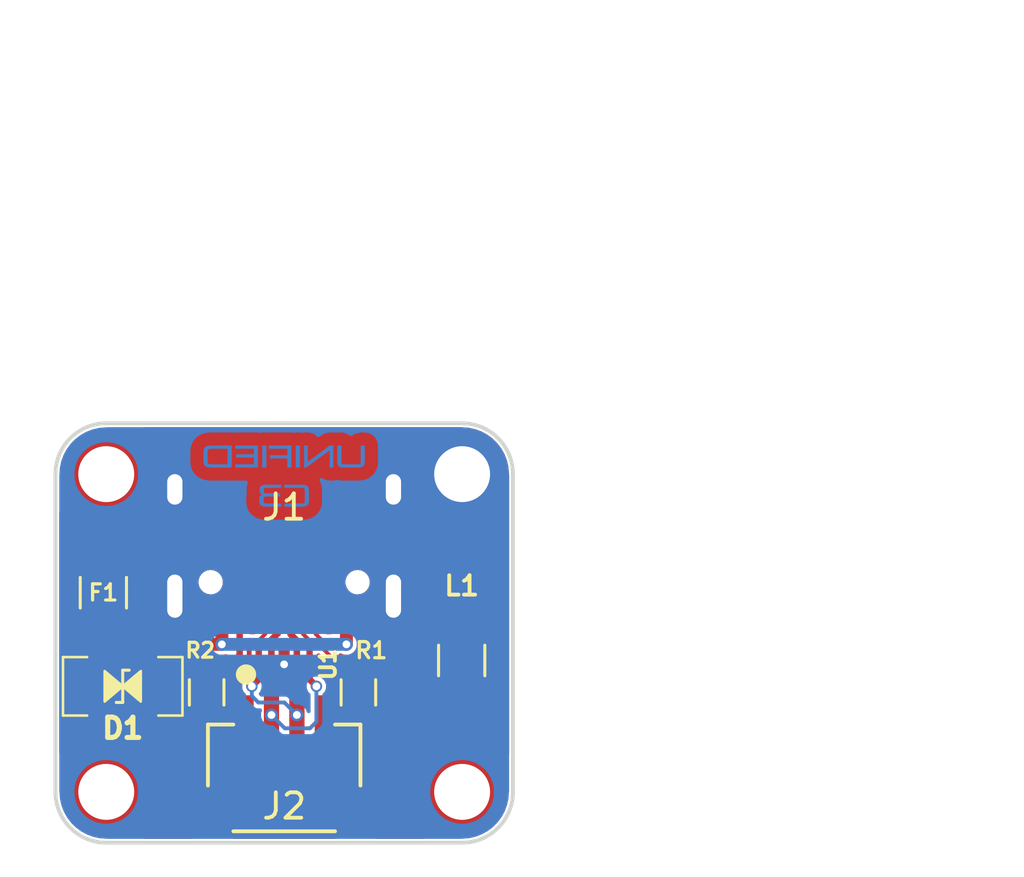
<source format=kicad_pcb>
(kicad_pcb (version 20211014) (generator pcbnew)
  (title_block (title "Unified Daughterboard") (date "2020-03-22") (rev "C3") (company "Designed by the keyboard community"))
  (layers (0 "F.Cu" signal) (31 "B.Cu" signal) (34 "B.Paste" user) (35 "F.Paste" user) (36 "B.SilkS" user "B.Silkscreen") (37 "F.SilkS" user "F.Silkscreen") (38 "B.Mask" user) (39 "F.Mask" user) (44 "Edge.Cuts" user))
  (net 0 "")
  (net 1 "GND")
  (net 2 "VCC")
  (net 3 "GNDPWR")
  (net 4 "Net-(J1-PadB8)")
  (net 5 "Net-(J1-PadA5)")
  (net 6 "DA+")
  (net 7 "Net-(J1-PadB5)")
  (net 8 "Net-(J1-PadA8)")
  (net 9 "DA-")
  (net 10 "VBUS")
  (footprint "acheron_Connectors:TYPE-C-31-M-12" (layer "F.Cu") (at 75.0025 64.843 180)
    (fp_text reference "J1" (at 0 5) (layer "F.SilkS"))
    (fp_text value "TYPE-C-31-M12_13")
    (pad "" np_thru_hole circle locked (at 2.89 2.051 180) (size 0.65 0.65) (drill 0.65) (layers *.Cu *.Mask))
    (pad "" np_thru_hole circle locked (at -2.89 2.051 180) (size 0.65 0.65) (drill 0.65) (layers *.Cu *.Mask))
    (pad "A1" smd roundrect locked (at -3.25 1.275 180) (size 0.6 1.45) (drill (offset 0 -0.55)) (layers "F.Cu" "F.Paste" "F.Mask") (net 3 "GNDPWR"))
    (pad "A4" smd roundrect locked (at -2.45 1.275 180) (size 0.6 1.45) (drill (offset 0 -0.55)) (layers "F.Cu" "F.Paste" "F.Mask") (net 10 "VBUS"))
    (pad "A5" smd roundrect locked (at -1.25 1.275 180) (size 0.3 1.45) (drill (offset 0 -0.55)) (layers "F.Cu" "F.Paste" "F.Mask") (net 5 "Net-(J1-PadA5)"))
    (pad "A6" smd roundrect locked (at -0.254 1.275 180) (size 0.3 1.45) (drill (offset 0 -0.55)) (layers "F.Cu" "F.Paste" "F.Mask") (net 6 "DA+"))
    (pad "A7" smd roundrect locked (at 0.25 1.275 180) (size 0.3 1.45) (drill (offset 0 -0.55)) (layers "F.Cu" "F.Paste" "F.Mask") (net 9 "DA-"))
    (pad "A8" smd roundrect locked (at 1.25 1.275 180) (size 0.3 1.45) (drill (offset 0 -0.55)) (layers "F.Cu" "F.Paste" "F.Mask") (net 8 "Net-(J1-PadA8)"))
    (pad "B1" smd roundrect locked (at 3.25 1.275 180) (size 0.6 1.45) (drill (offset 0 -0.55)) (layers "F.Cu" "F.Paste" "F.Mask") (net 3 "GNDPWR"))
    (pad "B4" smd roundrect locked (at 2.45 1.275 180) (size 0.6 1.45) (drill (offset 0 -0.55)) (layers "F.Cu" "F.Paste" "F.Mask") (net 10 "VBUS"))
    (pad "B5" smd roundrect locked (at 1.75 1.275 180) (size 0.3 1.45) (drill (offset 0 -0.55)) (layers "F.Cu" "F.Paste" "F.Mask") (net 7 "Net-(J1-PadB5)"))
    (pad "B6" smd roundrect locked (at 0.75 1.275 180) (size 0.3 1.45) (drill (offset 0 -0.55)) (layers "F.Cu" "F.Paste" "F.Mask") (net 6 "DA+"))
    (pad "B7" smd roundrect locked (at -0.75 1.275 180) (size 0.3 1.45) (drill (offset 0 -0.55)) (layers "F.Cu" "F.Paste" "F.Mask") (net 9 "DA-"))
    (pad "B8" smd roundrect locked (at -1.75 1.275 180) (size 0.3 1.45) (drill (offset 0 -0.55)) (layers "F.Cu" "F.Paste" "F.Mask") (net 4 "Net-(J1-PadB8)"))
    (pad "S" thru_hole oval locked (at 4.3 1.5 180) (size 1.1 2.2) (drill oval 0.6 1.7) (layers *.Cu *.Mask) (net 3 "GNDPWR"))
    (pad "S" thru_hole oval locked (at -4.3 5.7 180) (size 1.3 1.9) (drill oval 0.6 1.2) (layers *.Cu *.Mask) (net 3 "GNDPWR"))
    (pad "S" thru_hole oval locked (at -4.3 1.5 180) (size 1.1 2.2) (drill oval 0.6 1.7) (layers *.Cu *.Mask) (net 3 "GNDPWR"))
    (pad "S" thru_hole oval locked (at 4.3 5.7 180) (size 1.3 1.9) (drill oval 0.6 1.2) (layers *.Cu *.Mask) (net 3 "GNDPWR"))
  )
  (footprint "random-keyboard-parts:Generic-Mounthole" (layer "F.Cu") (at 82.0045 58.543)
    (fp_text reference "MH2" hide)
    (fp_text value "Mount-M2" hide)
    (pad "1" thru_hole circle locked (at 0 0) (size 3.500001 3.500001) (drill 2.2) (layers *.Cu *.Mask) (net 3 "GNDPWR"))
  )
  (footprint "acheron_Components:D_SOD-123_Bidirectional" (layer "F.Cu") (at 68.6525 66.89 180)
    (fp_text reference "D1" (at 0 -1.651 180) (layer "F.SilkS") (effects (font (size 0.8 0.8) (thickness 0.2))))
    (fp_text value "SMF9.0CA")
    (fp_line (start 2.35 -1.15) (end 2.35 1.15) (layer "F.SilkS") (width 0.1016))
    (fp_line (start -2.35 1.15) (end -2.35 -1.15) (layer "F.SilkS") (width 0.1016))
    (fp_line (start 0 -0.635) (end 0.254 -0.635) (layer "F.SilkS") (width 0.12))
    (fp_line (start -2.35 -1.15) (end -1.4 -1.15) (layer "F.SilkS") (width 0.1016))
    (fp_line (start -2.35 1.15) (end -1.4 1.15) (layer "F.SilkS") (width 0.1016))
    (fp_line (start 2.35 1.15) (end 1.4 1.15) (layer "F.SilkS") (width 0.1016))
    (fp_line (start 0 0.635) (end 0 -0.635) (layer "F.SilkS") (width 0.12))
    (fp_line (start 2.35 -1.15) (end 1.4 -1.15) (layer "F.SilkS") (width 0.1016))
    (fp_line (start 0 0.635) (end -0.254 0.635) (layer "F.SilkS") (width 0.12))
    (fp_poly (pts (xy 0 0) (xy -0.711 0.6) (xy -0.711 -0.6)) (layer "F.SilkS") (width 0.1) (fill solid))
    (fp_poly (pts (xy 0 0) (xy 0.711 -0.6) (xy 0.711 0.6)) (layer "F.SilkS") (width 0.1) (fill solid))
    (pad "1" smd roundrect locked (at -1.65 0 180) (size 1 1.2) (layers "F.Cu" "F.Paste" "F.Mask") (net 3 "GNDPWR"))
    (pad "2" smd roundrect locked (at 1.65 0 180) (size 1 1.2) (layers "F.Cu" "F.Paste" "F.Mask") (net 2 "VCC"))
  )
  (footprint "random-keyboard-parts:Generic-Mounthole" (layer "F.Cu") (at 68.0045 58.543)
    (fp_text reference "MH1")
    (fp_text value "Mount-M2" hide)
    (pad "" np_thru_hole circle locked (at 0 0) (size 3.500001 3.500001) (drill 2.2) (layers "F.Cu" "F.Mask") (clearance 0.508))
  )
  (footprint "Resistors_SMD:R_0603" (layer "F.Cu") (at 77.9235 67.129 -90)
    (fp_text reference "R1" (at -1.651 -0.508) (layer "F.SilkS") (effects (font (size 0.635 0.635) (thickness 0.127))))
    (fp_text value "5.1k")
    (fp_line (start -0.5 -0.68) (end 0.5 -0.68) (layer "F.SilkS") (width 0.12))
    (fp_line (start 0.5 0.68) (end -0.5 0.68) (layer "F.SilkS") (width 0.12))
    (pad "1" smd rect locked (at -0.75 0 270) (size 0.5 0.9) (layers "F.Cu" "F.Paste" "F.Mask") (net 5 "Net-(J1-PadA5)"))
    (pad "2" smd rect locked (at 0.75 0 270) (size 0.5 0.9) (layers "F.Cu" "F.Paste" "F.Mask") (net 3 "GNDPWR"))
  )
  (footprint "acheron_Components:USON-10_2.5x1.0mm_P0.5mm" (layer "F.Cu") (at 75.0025 66.0264 90)
    (fp_text reference "U1" (at 0 1.7272 90) (layer "F.SilkS") (effects (font (size 0.6 0.6))))
    (fp_text value "TPD4E05U06DQAR")
    (fp_circle (center -0.4 -1.5) (end -0.4 -1.5) (layer "F.SilkS") (width 0.4) (fill none))
    (pad "1" smd roundrect locked (at -0.385 -1) (size 0.25 0.55) (layers "F.Cu" "F.Paste" "F.Mask") (roundrect_rratio 0.5) (net 6 "DA+"))
    (pad "2" smd rect locked (at -0.385 -0.5) (size 0.25 0.55) (layers "F.Cu" "F.Paste" "F.Mask") (net 9 "DA-"))
    (pad "3" smd rect locked (at -0.385 0) (size 0.3 0.55) (layers "F.Cu" "F.Paste" "F.Mask") (net 3 "GNDPWR"))
    (pad "4" smd rect locked (at -0.385 0.5) (size 0.25 0.55) (layers "F.Cu" "F.Paste" "F.Mask") (net 6 "DA+"))
    (pad "5" smd rect locked (at -0.385 1) (size 0.25 0.55) (layers "F.Cu" "F.Paste" "F.Mask") (net 9 "DA-"))
    (pad "6" smd rect locked (at 0.385 1) (size 0.25 0.55) (layers "F.Cu" "F.Paste" "F.Mask") (net 9 "DA-"))
    (pad "7" smd rect locked (at 0.385 0.5) (size 0.25 0.55) (layers "F.Cu" "F.Paste" "F.Mask") (net 6 "DA+"))
    (pad "8" smd rect locked (at 0.385 0) (size 0.3 0.55) (layers "F.Cu" "F.Paste" "F.Mask") (net 3 "GNDPWR"))
    (pad "9" smd rect locked (at 0.385 -0.5) (size 0.25 0.55) (layers "F.Cu" "F.Paste" "F.Mask") (net 9 "DA-"))
    (pad "10" smd rect locked (at 0.385 -1) (size 0.25 0.55) (layers "F.Cu" "F.Paste" "F.Mask") (net 6 "DA+"))
  )
  (footprint "Resistors_SMD:R_0603" (layer "F.Cu") (at 71.9545 67.129 -90)
    (fp_text reference "R2" (at -1.651 0.254 180) (layer "F.SilkS") (effects (font (size 0.5842 0.5842) (thickness 0.127))))
    (fp_text value "5.1k")
    (fp_line (start -0.5 -0.68) (end 0.5 -0.68) (layer "F.SilkS") (width 0.12))
    (fp_line (start 0.5 0.68) (end -0.5 0.68) (layer "F.SilkS") (width 0.12))
    (pad "1" smd rect locked (at -0.75 0 270) (size 0.5 0.9) (layers "F.Cu" "F.Paste" "F.Mask") (net 7 "Net-(J1-PadB5)"))
    (pad "2" smd rect locked (at 0.75 0 270) (size 0.5 0.9) (layers "F.Cu" "F.Paste" "F.Mask") (net 3 "GNDPWR"))
  )
  (footprint "random-keyboard-parts:Generic-Mounthole" (layer "F.Cu") (at 68.0045 71.043)
    (fp_text reference "MH3" hide)
    (fp_text value "Mount-M2" hide)
    (pad "" np_thru_hole circle locked (at 0 0) (size 3.500001 3.500001) (drill 2.2) (layers "F.Cu" "F.Mask") (clearance 0.508))
  )
  (footprint "Inductor_SMD:L_1206_3216Metric" (layer "F.Cu") (at 81.9875 65.874 90)
    (fp_text reference "L1" (at 2.936 0 180) (layer "F.SilkS") (effects (font (size 0.762 0.762) (thickness 0.1524))))
    (fp_text value "60R@100MHz")
    (fp_line (start -0.602064 0.91) (end 0.602064 0.91) (layer "F.SilkS") (width 0.12))
    (fp_line (start -0.602064 -0.91) (end 0.602064 -0.91) (layer "F.SilkS") (width 0.12))
    (pad "1" smd roundrect locked (at -1.4 0 90) (size 1.25 1.75) (layers "F.Cu" "F.Paste" "F.Mask") (roundrect_rratio 0.2) (net 1 "GND"))
    (pad "2" smd roundrect locked (at 1.4 0 90) (size 1.25 1.75) (layers "F.Cu" "F.Paste" "F.Mask") (roundrect_rratio 0.2) (net 3 "GNDPWR"))
  )
  (footprint "random-keyboard-parts:JST-SR-4" (layer "F.Cu") (at 75.0045 72.793)
    (fp_text reference "J2" (at 0.004 -1.189) (layer "F.SilkS"))
    (fp_text value "SM04B-SRSS-TB(LF)(SN)")
    (fp_line (start -3 -2) (end -3 -4.4) (layer "F.SilkS") (width 0.15))
    (fp_line (start 2 -0.2) (end -2 -0.2) (layer "F.SilkS") (width 0.15))
    (fp_line (start -3 -4.4) (end -2 -4.4) (layer "F.SilkS") (width 0.15))
    (fp_line (start 3 -4.4) (end 3 -2) (layer "F.SilkS") (width 0.15))
    (fp_line (start 2 -4.4) (end 3 -4.4) (layer "F.SilkS") (width 0.15))
    (pad "" smd rect locked (at 2.8 -0.9) (size 1.2 1.8) (layers "F.Cu" "F.Paste" "F.Mask"))
    (pad "" smd rect locked (at -2.8 -0.9) (size 1.2 1.8) (layers "F.Cu" "F.Paste" "F.Mask"))
    (pad "1" smd rect locked (at -1.5 -4.775) (size 0.6 1.55) (layers "F.Cu" "F.Paste" "F.Mask") (net 2 "VCC"))
    (pad "2" smd rect locked (at -0.5 -4.775) (size 0.6 1.55) (layers "F.Cu" "F.Paste" "F.Mask") (net 9 "DA-"))
    (pad "3" smd rect locked (at 0.5 -4.775) (size 0.6 1.55) (layers "F.Cu" "F.Paste" "F.Mask") (net 6 "DA+"))
    (pad "4" smd rect locked (at 1.5 -4.775) (size 0.6 1.55) (layers "F.Cu" "F.Paste" "F.Mask") (net 1 "GND"))
  )
  (footprint "random-keyboard-parts:Generic-Mounthole" (layer "F.Cu") (at 82.0045 71.043)
    (fp_text reference "MH4" hide)
    (fp_text value "Mount-M2" hide)
    (pad "" np_thru_hole circle locked (at 0 0) (size 3.500001 3.500001) (drill 2.2) (layers "F.Cu" "F.Mask") (clearance 0.508))
  )
  (footprint "Fuse:Fuse_1206_3216Metric" (layer "F.Cu") (at 67.8905 63.207 -90)
    (fp_text reference "F1" (at 0 0) (layer "F.SilkS") (effects (font (size 0.635 0.635) (thickness 0.127))))
    (fp_text value "ASMD1206-150")
    (fp_line (start -0.602064 0.91) (end 0.602064 0.91) (layer "F.SilkS") (width 0.12))
    (fp_line (start -0.602064 -0.91) (end 0.602064 -0.91) (layer "F.SilkS") (width 0.12))
    (pad "1" smd roundrect locked (at -1.4 0 270) (size 1.25 1.75) (layers "F.Cu" "F.Paste" "F.Mask") (roundrect_rratio 0.2) (net 10 "VBUS"))
    (pad "2" smd roundrect locked (at 1.4 0 270) (size 1.25 1.75) (layers "F.Cu" "F.Paste" "F.Mask") (roundrect_rratio 0.2) (net 2 "VCC"))
  )
  (footprint "Unified-Daughterboard-Logo:Unified-Daughterboard-Name.pretty" (layer "B.Cu") (at 75.0025 58.62 180)
    (fp_text reference "G2" hide)
    (fp_text value "Unified-Daughterboard-Name" hide)
    (pad "1" smd custom locked (at -1.86 1.08 180) (size 0.1 0.1) (layers "B.Cu" "B.Mask") (options (clearance outline) (anchor circle)) (primitives (gr_poly (pts (xy 1.07457 -0.744233) (xy 0.994882 -0.744233) (xy 0.725953 -0.548012) (xy 0.697516 -0.527263) (xy 0.667905 -0.505658) (xy 0.637358 -0.483369) (xy 0.606113 -0.460572) (xy 0.574407 -0.437438) (xy 0.54248 -0.414142) (xy 0.510567 -0.390857) (xy 0.478909 -0.367758) (xy 0.447742 -0.345017) (xy 0.417304 -0.322808) (xy 0.387834 -0.301305) (xy 0.359569 -0.280681) (xy 0.332747 -0.26111) (xy 0.307606 -0.242766) (xy 0.284385 -0.225822) (xy 0.26375 -0.210765) (xy 0.242443 -0.195223) (xy 0.221784 -0.18016) (xy 0.201899 -0.165668) (xy 0.182913 -0.15184) (xy 0.164954 -0.138767) (xy 0.148149 -0.126541) (xy 0.132622 -0.115254) (xy 0.118502 -0.104998) (xy 0.105914 -0.095864) (xy 0.094985 -0.087945) (xy 0.085842 -0.081333) (xy 0.07861 -0.076119) (xy 0.073417 -0.072395) (xy 0.070388 -0.070253) (xy 0.069611 -0.069739) (xy 0.069531 -0.071197) (xy 0.069452 -0.075481) (xy 0.069376 -0.082462) (xy 0.069303 -0.092007) (xy 0.069233 -0.103986) (xy 0.069166 -0.118268) (xy 0.069102 -0.134721) (xy 0.069043 -0.153214) (xy 0.068988 -0.173616) (xy 0.068938 -0.195796) (xy 0.068893 -0.219624) (xy 0.068854 -0.244966) (xy 0.06882 -0.271694) (xy 0.068792 -0.299675) (xy 0.06877 -0.328777) (xy 0.068756 -0.358871) (xy 0.068748 -0.389825) (xy 0.068747 -0.406986) (xy 0.068747 -0.744233) (xy -0.074731 -0.744233) (xy -0.074731 0.124029) (xy 0.068007 0.123947) (xy 0.49918 -0.197759) (xy 0.930353 -0.519464) (xy 0.930726 -0.197717) (xy 0.931099 0.124029) (xy 1.07457 0.124029)) (width 0) (fill yes))))
    (pad "1" smd custom locked (at -0.54 1.02 180) (size 0.1 0.1) (layers "B.Cu" "B.Mask") (options (clearance outline) (anchor circle)) (primitives (gr_poly (pts (xy 0.084421 -0.684233) (xy 0.003314 -0.684233) (xy -0.011904 -0.684215) (xy -0.026228 -0.684165) (xy -0.039385 -0.684085) (xy -0.051103 -0.683979) (xy -0.061112 -0.68385) (xy -0.069138 -0.683701) (xy -0.07491 -0.683536) (xy -0.078157 -0.683357) (xy -0.078779 -0.683247) (xy -0.07886 -0.681705) (xy -0.078939 -0.677321) (xy -0.079016 -0.670211) (xy -0.079091 -0.660491) (xy -0.079164 -0.648277) (xy -0.079233 -0.633685) (xy -0.0793 -0.616831) (xy -0.079363 -0.597831) (xy -0.079423 -0.576802) (xy -0.079478 -0.553859) (xy -0.07953 -0.529118) (xy -0.079577 -0.502696) (xy -0.07962 -0.474709) (xy -0.079657 -0.445272) (xy -0.07969 -0.414502) (xy -0.079717 -0.382515) (xy -0.079738 -0.349426) (xy -0.079753 -0.315353) (xy -0.079762 -0.280411) (xy -0.079765 -0.249116) (xy -0.079765 0.184029) (xy 0.084421 0.184029)) (width 0) (fill yes))))
    (pad "1" smd custom locked (at 1.12 1.09 180) (size 0.1 0.1) (layers "B.Cu" "B.Mask") (options (clearance outline) (anchor circle)) (primitives (gr_poly (pts (xy 0.801419 -0.014657) (xy 0.072197 -0.014657) (xy 0.072197 -0.230613) (xy 0.76444 -0.230613) (xy 0.76444 -0.359299) (xy 0.072181 -0.359299) (xy 0.072558 -0.492053) (xy 0.072936 -0.624807) (xy 0.437177 -0.62518) (xy 0.801419 -0.625552) (xy 0.801419 -0.754233) (xy 0.355701 -0.754233) (xy 0.319573 -0.75423) (xy 0.284211 -0.75422) (xy 0.24973 -0.754204) (xy 0.216242 -0.754183) (xy 0.183864 -0.754156) (xy 0.152708 -0.754124) (xy 0.122891 -0.754087) (xy 0.094525 -0.754045) (xy 0.067726 -0.753998) (xy 0.042608 -0.753947) (xy 0.019286 -0.753893) (xy -0.002127 -0.753834) (xy -0.021516 -0.753772) (xy -0.038766 -0.753707) (xy -0.053764 -0.753638) (xy -0.066393 -0.753567) (xy -0.076541 -0.753493) (xy -0.084093 -0.753417) (xy -0.088934 -0.75334) (xy -0.09095 -0.75326) (xy -0.091003 -0.753247) (xy -0.091084 -0.751705) (xy -0.091164 -0.747321) (xy -0.091241 -0.740211) (xy -0.091316 -0.730491) (xy -0.091388 -0.718277) (xy -0.091458 -0.703685) (xy -0.091524 -0.686831) (xy -0.091588 -0.667831) (xy -0.091647 -0.646802) (xy -0.091703 -0.623859) (xy -0.091755 -0.599118) (xy -0.091802 -0.572696) (xy -0.091844 -0.544709) (xy -0.091882 -0.515272) (xy -0.091914 -0.484502) (xy -0.091941 -0.452515) (xy -0.091963 -0.419426) (xy -0.091978 -0.385353) (xy -0.091987 -0.350411) (xy -0.091989 -0.319116) (xy -0.091989 0.114029) (xy 0.801419 0.114029)) (width 0) (fill yes))))
    (pad "1" smd custom locked (at -0.21 1.11 180) (size 0.1 0.1) (layers "B.Cu" "B.Mask") (options (clearance outline) (anchor circle)) (primitives (gr_poly (pts (xy 0.813494 -0.034657) (xy 0.085751 -0.034657) (xy 0.085751 -0.287592) (xy 0.764682 -0.287592) (xy 0.764682 -0.416278) (xy 0.085763 -0.416278) (xy 0.085387 -0.594886) (xy 0.085012 -0.773493) (xy 0.003288 -0.773876) (xy -0.078435 -0.774258) (xy -0.078435 0.094029) (xy 0.813494 0.094029)) (width 0) (fill yes))))
    (pad "1" smd custom locked (at -3.1 0.8 180) (size 0.1 0.1) (layers "B.Cu" "B.Mask") (options (clearance outline) (anchor circle)) (primitives (gr_poly (pts (xy 0.089951 0.069371) (xy 0.089952 0.031594) (xy 0.089952 -0.003341) (xy 0.089953 -0.035549) (xy 0.089959 -0.065147) (xy 0.089972 -0.092251) (xy 0.089995 -0.116977) (xy 0.09003 -0.13944) (xy 0.090082 -0.159757) (xy 0.090152 -0.178044) (xy 0.090244 -0.194417) (xy 0.09036 -0.208991) (xy 0.090503 -0.221883) (xy 0.090677 -0.233209) (xy 0.090884 -0.243085) (xy 0.091127 -0.251626) (xy 0.091408 -0.258949) (xy 0.091732 -0.26517) (xy 0.0921 -0.270405) (xy 0.092515 -0.274769) (xy 0.092981 -0.278379) (xy 0.0935 -0.281351) (xy 0.094075 -0.283801) (xy 0.094709 -0.285845) (xy 0.095405 -0.287598) (xy 0.096166 -0.289178) (xy 0.096994 -0.290699) (xy 0.097893 -0.292277) (xy 0.098866 -0.29403) (xy 0.098977 -0.294237) (xy 0.106317 -0.305001) (xy 0.115997 -0.314107) (xy 0.128049 -0.321571) (xy 0.142509 -0.327411) (xy 0.159412 -0.331646) (xy 0.17591 -0.334016) (xy 0.179246 -0.334204) (xy 0.185359 -0.33438) (xy 0.194065 -0.334544) (xy 0.205185 -0.334696) (xy 0.218535 -0.334836) (xy 0.233933 -0.334964) (xy 0.251199 -0.335081) (xy 0.270149 -0.335185) (xy 0.290601 -0.335278) (xy 0.312375 -0.335358) (xy 0.335288 -0.335427) (xy 0.359158 -0.335484) (xy 0.383803 -0.335529) (xy 0.409041 -0.335562) (xy 0.434691 -0.335583) (xy 0.46057 -0.335592) (xy 0.486496 -0.335589) (xy 0.512288 -0.335574) (xy 0.537763 -0.335548) (xy 0.56274 -0.335509) (xy 0.587037 -0.335459) (xy 0.610471 -0.335397) (xy 0.632862 -0.335322) (xy 0.654026 -0.335236) (xy 0.673782 -0.335138) (xy 0.691949 -0.335028) (xy 0.708343 -0.334906) (xy 0.722784 -0.334772) (xy 0.735089 -0.334626) (xy 0.745076 -0.334468) (xy 0.752564 -0.334299) (xy 0.757371 -0.334117) (xy 0.758715 -0.334021) (xy 0.777734 -0.331215) (xy 0.794289 -0.326811) (xy 0.808426 -0.320781) (xy 0.820189 -0.313093) (xy 0.829625 -0.303717) (xy 0.836778 -0.292623) (xy 0.841693 -0.279782) (xy 0.842026 -0.278547) (xy 0.842279 -0.277334) (xy 0.842513 -0.275636) (xy 0.842728 -0.273342) (xy 0.842926 -0.270338) (xy 0.843106 -0.266511) (xy 0.84327 -0.261748) (xy 0.843419 -0.255935) (xy 0.843553 -0.24896) (xy 0.843673 -0.240709) (xy 0.84378 -0.231069) (xy 0.843874 -0.219928) (xy 0.843956 -0.207172) (xy 0.844027 -0.192687) (xy 0.844088 -0.176361) (xy 0.844139 -0.15808) (xy 0.844182 -0.137732) (xy 0.844216 -0.115203) (xy 0.844243 -0.090381) (xy 0.844263 -0.063151) (xy 0.844278 -0.033401) (xy 0.844287 -0.001018) (xy 0.844292 0.034112) (xy 0.844293 0.067094) (xy 0.844293 0.404029) (xy 1.010053 0.404029) (xy 1.009556 0.059017) (xy 1.009502 0.020589) (xy 1.009454 -0.015001) (xy 1.009408 -0.047871) (xy 1.009362 -0.078142) (xy 1.009313 -0.105933) (xy 1.009257 -0.131363) (xy 1.009192 -0.154552) (xy 1.009113 -0.175619) (xy 1.00902 -0.194684) (xy 1.008908 -0.211867) (xy 1.008774 -0.227287) (xy 1.008615 -0.241063) (xy 1.008429 -0.253315) (xy 1.008212 -0.264163) (xy 1.007962 -0.273726) (xy 1.007675 -0.282124) (xy 1.007348 -0.289476) (xy 1.006978 -0.295902) (xy 1.006562 -0.301521) (xy 1.006098 -0.306452) (xy 1.005582 -0.310816) (xy 1.005011 -0.314732) (xy 1.004382 -0.31832) (xy 1.003692 -0.321698) (xy 1.002938 -0.324986) (xy 1.002118 -0.328305) (xy 1.001227 -0.331773) (xy 1.000264 -0.33551) (xy 0.999505 -0.338505) (xy 0.992987 -0.358905) (xy 0.984093 -0.377575) (xy 0.97288 -0.394443) (xy 0.959403 -0.409438) (xy 0.943719 -0.42249) (xy 0.925882 -0.433527) (xy 0.924506 -0.434247) (xy 0.910155 -0.441169) (xy 0.895924 -0.44693) (xy 0.88132 -0.451648) (xy 0.865846 -0.455443) (xy 0.849006 -0.458433) (xy 0.830305 -0.460737) (xy 0.809248 -0.462474) (xy 0.805835 -0.462694) (xy 0.801797 -0.462851) (xy 0.794977 -0.462998) (xy 0.785549 -0.463134) (xy 0.773691 -0.463261) (xy 0.759577 -0.463378) (xy 0.743383 -0.463485) (xy 0.725286 -0.463582) (xy 0.70546 -0.463669) (xy 0.684081 -0.463747) (xy 0.661326 -0.463814) (xy 0.637369 -0.463872) (xy 0.612387 -0.46392) (xy 0.586556 -0.463959) (xy 0.56005 -0.463987) (xy 0.533046 -0.464006) (xy 0.505719 -0.464015) (xy 0.478246 -0.464015) (xy 0.450801 -0.464005) (xy 0.423561 -0.463985) (xy 0.396701 -0.463956) (xy 0.370397 -0.463917) (xy 0.344824 -0.463869) (xy 0.32016 -0.463811) (xy 0.296578 -0.463744) (xy 0.274255 -0.463667) (xy 0.253366 -0.463581) (xy 0.234088 -0.463485) (xy 0.216596 -0.46338) (xy 0.201065 -0.463265) (xy 0.187672 -0.463141) (xy 0.176592 -0.463008) (xy 0.168001 -0.462866) (xy 0.162074 -0.462714) (xy 0.159766 -0.462612) (xy 0.130734 -0.460065) (xy 0.103987 -0.456031) (xy 0.079213 -0.450434) (xy 0.056097 -0.4432) (xy 0.034325 -0.434254) (xy 0.027473 -0.430958) (xy 0.010583 -0.421761) (xy -0.003985 -0.412081) (xy -0.01687 -0.401474) (xy -0.022834 -0.39573) (xy -0.036916 -0.379497) (xy -0.048721 -0.361574) (xy -0.058291 -0.341867) (xy -0.065671 -0.320281) (xy -0.070903 -0.296724) (xy -0.072005 -0.289648) (xy -0.072252 -0.287609) (xy -0.07248 -0.285022) (xy -0.07269 -0.281773) (xy -0.072883 -0.277748) (xy -0.07306 -0.272833) (xy -0.07322 -0.266916) (xy -0.073366 -0.259882) (xy -0.073498 -0.251618) (xy -0.073615 -0.242011) (xy -0.07372 -0.230945) (xy -0.073813 -0.218309) (xy -0.073894 -0.203987) (xy -0.073965 -0.187867) (xy -0.074025 -0.169835) (xy -0.074076 -0.149778) (xy -0.074119 -0.12758) (xy -0.074153 -0.10313) (xy -0.074181 -0.076313) (xy -0.074202 -0.047016) (xy -0.074217 -0.015124) (xy -0.074227 0.019475) (xy -0.074233 0.056895) (xy -0.074233 0.064934) (xy -0.07426 0.404029) (xy 0.089925 0.404029)) (width 0) (fill yes))))
    (pad "1" smd custom locked (at 2.15 1.08 180) (size 0.1 0.1) (layers "B.Cu" "B.Mask") (options (clearance outline) (anchor circle)) (primitives (gr_poly (pts (xy 0.324991 0.124007) (xy 0.368605 0.123999) (xy 0.410278 0.12398) (xy 0.449948 0.123952) (xy 0.487554 0.123913) (xy 0.523033 0.123864) (xy 0.556324 0.123805) (xy 0.587364 0.123737) (xy 0.616092 0.12366) (xy 0.642445 0.123573) (xy 0.666363 0.123478) (xy 0.687783 0.123374) (xy 0.706643 0.123262) (xy 0.722881 0.123141) (xy 0.736436 0.123012) (xy 0.747246 0.122876) (xy 0.755247 0.122731) (xy 0.76038 0.12258) (xy 0.761711 0.122511) (xy 0.794505 0.119594) (xy 0.824732 0.115348) (xy 0.852488 0.109741) (xy 0.877866 0.102741) (xy 0.900958 0.094314) (xy 0.92186 0.084428) (xy 0.940664 0.073051) (xy 0.957464 0.06015) (xy 0.967359 0.050927) (xy 0.978668 0.03844) (xy 0.98853 0.025063) (xy 0.99709 0.010475) (xy 1.004491 -0.005648) (xy 1.010876 -0.023626) (xy 1.016388 -0.043784) (xy 1.02117 -0.066444) (xy 1.022297 -0.072698) (xy 1.022638 -0.074879) (xy 1.022949 -0.077425) (xy 1.02323 -0.080485) (xy 1.023484 -0.084209) (xy 1.023713 -0.088745) (xy 1.023919 -0.094244) (xy 1.024104 -0.100855) (xy 1.02427 -0.108727) (xy 1.024418 -0.11801) (xy 1.024552 -0.128854) (xy 1.024672 -0.141407) (xy 1.024782 -0.15582) (xy 1.024882 -0.172242) (xy 1.024976 -0.190822) (xy 1.025064 -0.21171) (xy 1.025149 -0.235055) (xy 1.025233 -0.261007) (xy 1.025318 -0.289715) (xy 1.025349 -0.300487) (xy 1.025433 -0.333739) (xy 1.025492 -0.364116) (xy 1.025524 -0.391701) (xy 1.025529 -0.416576) (xy 1.025508 -0.438826) (xy 1.025458 -0.458533) (xy 1.025381 -0.47578) (xy 1.025275 -0.49065) (xy 1.025141 -0.503226) (xy 1.024977 -0.513591) (xy 1.024784 -0.521829) (xy 1.024561 -0.528022) (xy 1.024308 -0.532253) (xy 1.024268 -0.532714) (xy 1.020814 -0.560023) (xy 1.015577 -0.585016) (xy 1.008478 -0.6078) (xy 0.999436 -0.628476) (xy 0.988374 -0.64715) (xy 0.97521 -0.663926) (xy 0.959866 -0.678908) (xy 0.942262 -0.692199) (xy 0.922318 -0.703905) (xy 0.899954 -0.714129) (xy 0.880066 -0.721378) (xy 0.860175 -0.727264) (xy 0.839122 -0.732172) (xy 0.816538 -0.736161) (xy 0.792054 -0.739291) (xy 0.7653 -0.74162) (xy 0.746919 -0.742712) (xy 0.742311 -0.742866) (xy 0.734822 -0.743013) (xy 0.72453 -0.743153) (xy 0.711511 -0.743285) (xy 0.695844 -0.74341) (xy 0.677605 -0.743527) (xy 0.656872 -0.743635) (xy 0.633723 -0.743735) (xy 0.608234 -0.743827) (xy 0.580483 -0.743909) (xy 0.550548 -0.743982) (xy 0.518505 -0.744046) (xy 0.484433 -0.744099) (xy 0.448409 -0.744143) (xy 0.410509 -0.744176) (xy 0.370812 -0.744199) (xy 0.329394 -0.744211) (xy 0.313898 -0.744212) (xy -0.089541 -0.744233) (xy -0.089541 -0.615547) (xy 0.074645 -0.615547) (xy 0.39673 -0.615534) (xy 0.435225 -0.615525) (xy 0.471786 -0.615502) (xy 0.506343 -0.615466) (xy 0.538823 -0.615417) (xy 0.569156 -0.615355) (xy 0.597269 -0.61528) (xy 0.623091 -0.615192) (xy 0.646549 -0.615093) (xy 0.667574 -0.614982) (xy 0.686092 -0.61486) (xy 0.702033 -0.614726) (xy 0.715324 -0.614582) (xy 0.725895 -0.614428) (xy 0.733673 -0.614263) (xy 0.738586 -0.614088) (xy 0.739524 -0.614032) (xy 0.760224 -0.612057) (xy 0.778308 -0.609255) (xy 0.794019 -0.605547) (xy 0.807602 -0.600851) (xy 0.819304 -0.595087) (xy 0.829369 -0.588175) (xy 0.835723 -0.582459) (xy 0.843457 -0.573443) (xy 0.849523 -0.56337) (xy 0.854239 -0.551617) (xy 0.857544 -0.539296) (xy 0.860814 -0.524579) (xy 0.860814 -0.098583) (xy 0.857536 -0.083791) (xy 0.852863 -0.067553) (xy 0.84653 -0.053656) (xy 0.838456 -0.041941) (xy 0.833165 -0.036295) (xy 0.825753 -0.029682) (xy 0.81868 -0.024594) (xy 0.810985 -0.020469) (xy 0.801711 -0.016743) (xy 0.79721 -0.015194) (xy 0.794132 -0.014149) (xy 0.791341 -0.013182) (xy 0.78872 -0.012289) (xy 0.786151 -0.011468) (xy 0.783516 -0.010715) (xy 0.780697 -0.010027) (xy 0.777575 -0.009401) (xy 0.774032 -0.008835) (xy 0.769951 -0.008324) (xy 0.765214 -0.007865) (xy 0.759702 -0.007457) (xy 0.753297 -0.007094) (xy 0.745882 -0.006775) (xy 0.737338 -0.006496) (xy 0.727547 -0.006255) (xy 0.716391 -0.006047) (xy 0.703752 -0.00587) (xy 0.689512 -0.00572) (xy 0.673554 -0.005595) (xy 0.655758 -0.005492) (xy 0.636007 -0.005407) (xy 0.614183 -0.005337) (xy 0.590167 -0.005279) (xy 0.563843 -0.00523) (xy 0.535091 -0.005186) (xy 0.503793 -0.005146) (xy 0.469832 -0.005104) (xy 0.43309 -0.00506) (xy 0.41374 -0.005035) (xy 0.074645 -0.004595) (xy 0.074645 -0.615547) (xy -0.089541 -0.615547) (xy -0.089541 0.124029)) (width 0) (fill yes))))
    (pad "1" smd custom locked (at -0.9 -0.79 180) (size 0.1 0.1) (layers "B.Cu" "B.Mask") (options (clearance outline) (anchor circle)) (primitives (gr_poly (pts (xy 0.894083 0.325546) (xy 0.541462 0.325546) (xy 0.502296 0.325545) (xy 0.465973 0.32554) (xy 0.432379 0.325531) (xy 0.401399 0.325515) (xy 0.372919 0.325491) (xy 0.346825 0.325457) (xy 0.323001 0.325412) (xy 0.301333 0.325354) (xy 0.281706 0.325282) (xy 0.264006 0.325194) (xy 0.248118 0.325088) (xy 0.233927 0.324964) (xy 0.22132 0.324818) (xy 0.21018 0.324651) (xy 0.200394 0.324459) (xy 0.191847 0.324243) (xy 0.184424 0.323999) (xy 0.178011 0.323727) (xy 0.172493 0.323425) (xy 0.167755 0.323092) (xy 0.163683 0.322725) (xy 0.160163 0.322323) (xy 0.157079 0.321885) (xy 0.154316 0.321409) (xy 0.151761 0.320894) (xy 0.149299 0.320338) (xy 0.148591 0.320169) (xy 0.134767 0.315738) (xy 0.122093 0.309466) (xy 0.111022 0.301664) (xy 0.102003 0.292642) (xy 0.096276 0.284226) (xy 0.09522 0.282323) (xy 0.094258 0.280578) (xy 0.093385 0.278853) (xy 0.092597 0.277009) (xy 0.091889 0.274907) (xy 0.091257 0.272409) (xy 0.090698 0.269377) (xy 0.090206 0.265671) (xy 0.089777 0.261153) (xy 0.089407 0.255685) (xy 0.089091 0.249127) (xy 0.088825 0.241342) (xy 0.088606 0.232189) (xy 0.088427 0.221532) (xy 0.088286 0.209231) (xy 0.088177 0.195148) (xy 0.088097 0.179143) (xy 0.088041 0.161079) (xy 0.088004 0.140816) (xy 0.087983 0.118217) (xy 0.087973 0.093142) (xy 0.08797 0.065453) (xy 0.087968 0.035011) (xy 0.087967 0.019302) (xy 0.087962 -0.012397) (xy 0.087956 -0.041279) (xy 0.087954 -0.067481) (xy 0.08796 -0.091143) (xy 0.087981 -0.112407) (xy 0.088019 -0.131409) (xy 0.088081 -0.148292) (xy 0.08817 -0.163194) (xy 0.088293 -0.176254) (xy 0.088453 -0.187613) (xy 0.088655 -0.19741) (xy 0.088905 -0.205785) (xy 0.089207 -0.212877) (xy 0.089566 -0.218826) (xy 0.089987 -0.223772) (xy 0.090474 -0.227854) (xy 0.091032 -0.231212) (xy 0.091667 -0.233986) (xy 0.092383 -0.236315) (xy 0.093185 -0.238338) (xy 0.094077 -0.240196) (xy 0.095065 -0.242029) (xy 0.096154 -0.243975) (xy 0.097122 -0.245749) (xy 0.104221 -0.256019) (xy 0.113823 -0.264855) (xy 0.125966 -0.272283) (xy 0.140689 -0.27833) (xy 0.148215 -0.28062) (xy 0.162643 -0.284604) (xy 0.894083 -0.285396) (xy 0.894083 -0.41403) (xy 0.526884 -0.413772) (xy 0.494046 -0.413747) (xy 0.461942 -0.413718) (xy 0.430703 -0.413687) (xy 0.400456 -0.413653) (xy 0.37133 -0.413616) (xy 0.343454 -0.413577) (xy 0.316956 -0.413536) (xy 0.291966 -0.413493) (xy 0.268613 -0.413449) (xy 0.247024 -0.413404) (xy 0.227328 -0.413358) (xy 0.209656 -0.413311) (xy 0.194134 -0.413263) (xy 0.180892 -0.413216) (xy 0.170059 -0.413168) (xy 0.161763 -0.413121) (xy 0.156133 -0.413074) (xy 0.153298 -0.413029) (xy 0.153028 -0.413017) (xy 0.121848 -0.409723) (xy 0.09296 -0.404651) (xy 0.066269 -0.397774) (xy 0.041682 -0.389062) (xy 0.019103 -0.378489) (xy -0.000191 -0.366948) (xy -0.009353 -0.360104) (xy -0.019054 -0.351632) (xy -0.028538 -0.342284) (xy -0.037047 -0.332809) (xy -0.043823 -0.323961) (xy -0.044427 -0.323062) (xy -0.055649 -0.303459) (xy -0.064639 -0.281934) (xy -0.071402 -0.25847) (xy -0.072805 -0.252009) (xy -0.073144 -0.250229) (xy -0.073454 -0.248282) (xy -0.073735 -0.246032) (xy -0.073989 -0.243343) (xy -0.074218 -0.240081) (xy -0.074422 -0.236108) (xy -0.074604 -0.231291) (xy -0.074764 -0.225492) (xy -0.074904 -0.218577) (xy -0.075025 -0.21041) (xy -0.075129 -0.200854) (xy -0.075216 -0.189776) (xy -0.075289 -0.177038) (xy -0.075348 -0.162506) (xy -0.075396 -0.146044) (xy -0.075432 -0.127516) (xy -0.075459 -0.106786) (xy -0.075478 -0.083719) (xy -0.075491 -0.058179) (xy -0.075498 -0.030031) (xy -0.075501 0.000861) (xy -0.075501 0.278953) (xy -0.072189 0.293898) (xy -0.066762 0.314711) (xy -0.060136 0.333172) (xy -0.052076 0.349726) (xy -0.042344 0.36482) (xy -0.030704 0.378898) (xy -0.022926 0.386832) (xy -0.0073 0.400278) (xy 0.010114 0.412157) (xy 0.029459 0.422527) (xy 0.050879 0.431444) (xy 0.074518 0.438966) (xy 0.100521 0.44515) (xy 0.129032 0.450053) (xy 0.139716 0.451488) (xy 0.142136 0.45169) (xy 0.146134 0.45188) (xy 0.151784 0.452059) (xy 0.159167 0.452228) (xy 0.168358 0.452386) (xy 0.179434 0.452535) (xy 0.192475 0.452675) (xy 0.207556 0.452805) (xy 0.224755 0.452928) (xy 0.24415 0.453042) (xy 0.265818 0.453149) (xy 0.289836 0.45325) (xy 0.316282 0.453344) (xy 0.345233 0.453431) (xy 0.376767 0.453514) (xy 0.410961 0.453591) (xy 0.447892 0.453663) (xy 0.487637 0.453732) (xy 0.523926 0.453788) (xy 0.894083 0.454326)) (width 0) (fill yes))))
    (pad "1" smd custom locked (at 0.52 -0.73 180) (size 0.1 0.1) (layers "B.Cu" "B.Mask") (options (clearance outline) (anchor circle)) (primitives (gr_poly (pts (xy 0.036814 0.394003) (xy 0.066889 0.393969) (xy 0.094232 0.393912) (xy 0.118817 0.393835) (xy 0.140617 0.393736) (xy 0.159607 0.393616) (xy 0.175759 0.393475) (xy 0.189048 0.393313) (xy 0.199447 0.39313) (xy 0.206929 0.392927) (xy 0.20996 0.392797) (xy 0.24124 0.39039) (xy 0.269999 0.386589) (xy 0.296342 0.38136) (xy 0.320374 0.374669) (xy 0.342202 0.366479) (xy 0.361931 0.356757) (xy 0.379667 0.345468) (xy 0.395515 0.332578) (xy 0.396639 0.331537) (xy 0.410142 0.316976) (xy 0.421412 0.300576) (xy 0.430475 0.282284) (xy 0.43736 0.262045) (xy 0.442093 0.239803) (xy 0.442231 0.238921) (xy 0.442943 0.232475) (xy 0.443524 0.2236) (xy 0.443972 0.212784) (xy 0.44429 0.200519) (xy 0.444476 0.187292) (xy 0.444531 0.173593) (xy 0.444456 0.159912) (xy 0.444252 0.146738) (xy 0.443917 0.134561) (xy 0.443453 0.123868) (xy 0.442861 0.115151) (xy 0.442139 0.108898) (xy 0.442136 0.108879) (xy 0.437575 0.088735) (xy 0.430735 0.070047) (xy 0.421759 0.052993) (xy 0.410787 0.03775) (xy 0.39796 0.024494) (xy 0.383421 0.013403) (xy 0.36731 0.004652) (xy 0.355107 -0.000007) (xy 0.35037 -0.001668) (xy 0.34719 -0.003066) (xy 0.346162 -0.003934) (xy 0.346233 -0.004003) (xy 0.348261 -0.004834) (xy 0.35215 -0.006203) (xy 0.355658 -0.007361) (xy 0.374014 -0.014706) (xy 0.391868 -0.024655) (xy 0.408658 -0.036859) (xy 0.421513 -0.048579) (xy 0.430795 -0.058772) (xy 0.437945 -0.06865) (xy 0.443513 -0.079144) (xy 0.448048 -0.091184) (xy 0.449481 -0.095893) (xy 0.450886 -0.101058) (xy 0.452092 -0.106308) (xy 0.453111 -0.111896) (xy 0.453956 -0.118075) (xy 0.454638 -0.125097) (xy 0.45517 -0.133217) (xy 0.455565 -0.142686) (xy 0.455834 -0.153757) (xy 0.45599 -0.166684) (xy 0.456045 -0.181718) (xy 0.456011 -0.199114) (xy 0.455901 -0.219124) (xy 0.455845 -0.227015) (xy 0.455699 -0.246046) (xy 0.45555 -0.262402) (xy 0.45537 -0.276368) (xy 0.455134 -0.288225) (xy 0.454815 -0.298257) (xy 0.454388 -0.306749) (xy 0.453827 -0.313983) (xy 0.453106 -0.320243) (xy 0.452198 -0.325813) (xy 0.451078 -0.330975) (xy 0.44972 -0.336013) (xy 0.448098 -0.341211) (xy 0.446185 -0.346852) (xy 0.444385 -0.352) (xy 0.436271 -0.370825) (xy 0.425675 -0.388126) (xy 0.412579 -0.40392) (xy 0.396964 -0.418223) (xy 0.37881 -0.431054) (xy 0.358101 -0.442428) (xy 0.334816 -0.452364) (xy 0.33421 -0.452591) (xy 0.313456 -0.459297) (xy 0.29046 -0.464759) (xy 0.265071 -0.469006) (xy 0.237137 -0.472068) (xy 0.231483 -0.472522) (xy 0.227444 -0.472711) (xy 0.220507 -0.472889) (xy 0.210732 -0.473055) (xy 0.198179 -0.473209) (xy 0.182908 -0.47335) (xy 0.164979 -0.473479) (xy 0.144453 -0.473596) (xy 0.12139 -0.473699) (xy 0.095849 -0.473788) (xy 0.067891 -0.473865) (xy 0.037575 -0.473927) (xy 0.004963 -0.473974) (xy -0.029886 -0.474008) (xy -0.066911 -0.474026) (xy -0.095055 -0.47403) (xy -0.401699 -0.47403) (xy -0.401314 -0.410057) (xy -0.400928 -0.346083) (xy -0.094004 -0.345344) (xy 0.21292 -0.344604) (xy 0.22752 -0.340576) (xy 0.243116 -0.335501) (xy 0.256059 -0.329555) (xy 0.266565 -0.322593) (xy 0.27485 -0.314468) (xy 0.28113 -0.305037) (xy 0.281618 -0.304092) (xy 0.283733 -0.299797) (xy 0.285505 -0.295814) (xy 0.286966 -0.291836) (xy 0.288151 -0.287554) (xy 0.289093 -0.28266) (xy 0.289826 -0.276847) (xy 0.290384 -0.269806) (xy 0.290801 -0.26123) (xy 0.29111 -0.250811) (xy 0.291345 -0.238241) (xy 0.29154 -0.223211) (xy 0.291656 -0.212506) (xy 0.291807 -0.193423) (xy 0.291838 -0.176815) (xy 0.291751 -0.162775) (xy 0.291546 -0.151397) (xy 0.291226 -0.142773) (xy 0.290791 -0.136997) (xy 0.290709 -0.13633) (xy 0.287993 -0.123624) (xy 0.283362 -0.112695) (xy 0.276633 -0.103349) (xy 0.267622 -0.095389) (xy 0.256147 -0.088622) (xy 0.242024 -0.082851) (xy 0.239897 -0.082135) (xy 0.237084 -0.081192) (xy 0.234531 -0.080326) (xy 0.232109 -0.079533) (xy 0.229687 -0.07881) (xy 0.227137 -0.078154) (xy 0.224328 -0.077561) (xy 0.22113 -0.077027) (xy 0.217414 -0.076549) (xy 0.21305 -0.076125) (xy 0.207909 -0.075749) (xy 0.201859 -0.075419) (xy 0.194773 -0.075131) (xy 0.186519 -0.074882) (xy 0.176968 -0.074668) (xy 0.165991 -0.074485) (xy 0.153457 -0.074332) (xy 0.139238 -0.074203) (xy 0.123202 -0.074095) (xy 0.10522 -0.074005) (xy 0.085163 -0.07393) (xy 0.062901 -0.073865) (xy 0.038304 -0.073808) (xy 0.011242 -0.073755) (xy -0.018414 -0.073702) (xy -0.050795 -0.073647) (xy -0.078859 -0.073598) (xy -0.36472 -0.073087) (xy -0.36395 0.054767) (xy 0.218836 0.056317) (xy 0.231049 0.059589) (xy 0.243885 0.063686) (xy 0.254177 0.06852) (xy 0.2623 0.074348) (xy 0.268629 0.08143) (xy 0.272661 0.088185) (xy 0.274618 0.092282) (xy 0.276214 0.096204) (xy 0.277483 0.100294) (xy 0.278455 0.104896) (xy 0.279164 0.110352) (xy 0.279642 0.117006) (xy 0.279921 0.125202) (xy 0.280035 0.135283) (xy 0.280015 0.147592) (xy 0.279893 0.162473) (xy 0.279873 0.164511) (xy 0.279698 0.179573) (xy 0.279478 0.192007) (xy 0.279165 0.20214) (xy 0.278713 0.210304) (xy 0.278074 0.216826) (xy 0.277201 0.222038) (xy 0.276047 0.226267) (xy 0.274566 0.229844) (xy 0.27271 0.233097) (xy 0.270432 0.236357) (xy 0.269417 0.237704) (xy 0.262986 0.244896) (xy 0.255535 0.250693) (xy 0.246579 0.255351) (xy 0.235632 0.259124) (xy 0.22305 0.262101) (xy 0.221398 0.262406) (xy 0.219527 0.262687) (xy 0.217312 0.262945) (xy 0.21463 0.263182) (xy 0.211358 0.263398) (xy 0.207372 0.263595) (xy 0.202549 0.263774) (xy 0.196765 0.263937) (xy 0.189898 0.264083) (xy 0.181822 0.264216) (xy 0.172416 0.264335) (xy 0.161556 0.264442) (xy 0.149117 0.264538) (xy 0.134977 0.264625) (xy 0.119012 0.264703) (xy 0.101099 0.264773) (xy 0.081114 0.264838) (xy 0.058934 0.264898) (xy 0.034436 0.264954) (xy 0.007495 0.265008) (xy -0.022011 0.26506) (xy -0.054206 0.265112) (xy -0.089214 0.265166) (xy -0.095869 0.265175) (xy -0.401699 0.265627) (xy -0.401314 0.32956) (xy -0.400928 0.393493) (xy -0.110275 0.393927) (xy -0.069537 0.393978) (xy -0.031425 0.394008) (xy 0.004034 0.394017)) (width 0) (fill yes))))
    (pad "1" smd custom locked (at 0.78 0.91 180) (size 0.1 0.1) (layers "B.Cu" "B.Mask") (options (clearance outline) (anchor circle)) (primitives (gr_poly (pts (xy 0.082346 -0.574233) (xy -0.08184 -0.574233) (xy -0.08184 0.294029) (xy 0.082346 0.294029)) (width 0) (fill yes))))
  )
  (footprint "Unified-Daughterboard-Logo:Unified-Daughterboard-Logo.pretty" (layer "B.Cu") (at 75.0025 66.509 180)
    (fp_text reference "G1" hide)
    (fp_text value "Unified-Daughterboard-Logo" hide)
  )
  (gr_line (start 84.0045 58.543) (end 84.0045 71.043) (layer "Edge.Cuts") (width 0.15))
  (gr_line (start 82.0045 73.043) (end 68.0045 73.043) (layer "Edge.Cuts") (width 0.15))
  (gr_arc (start 68.0045 73.043) (mid 66.590286 72.457214) (end 66.0045 71.043) (layer "Edge.Cuts") (width 0.15))
  (gr_arc (start 82.0045 56.543) (mid 83.418714 57.128786) (end 84.0045 58.543) (layer "Edge.Cuts") (width 0.15))
  (gr_arc (start 84.0045 71.043) (mid 83.418714 72.457214) (end 82.0045 73.043) (layer "Edge.Cuts") (width 0.15))
  (gr_arc (start 66.0045 58.543) (mid 66.590286 57.128786) (end 68.0045 56.543) (layer "Edge.Cuts") (width 0.15))
  (gr_line (start 68.0045 56.543) (end 82.0045 56.543) (layer "Edge.Cuts") (width 0.15))
  (gr_line (start 66.0045 71.043) (end 66.0045 58.543) (layer "Edge.Cuts") (width 0.15))
  (segment (start 68.0045 71.043) (end 68.0045 70.95) (width 0.508) (layer "F.Cu") (net 0))
  (segment (start 76.5045 68.018) (end 76.5045 68.646) (width 0.508) (layer "F.Cu") (net 1))
  (segment (start 79.7553 69.43) (end 81.9875 67.1978) (width 0.508) (layer "F.Cu") (net 1))
  (segment (start 76.5045 68.646) (end 77.2885 69.43) (width 0.508) (layer "F.Cu") (net 1))
  (segment (start 77.2885 69.43) (end 79.7553 69.43) (width 0.508) (layer "F.Cu") (net 1))
  (segment (start 67.0025 65.495) (end 67.8905 64.607) (width 0.508) (layer "F.Cu") (net 2))
  (segment (start 73.5045 67.814) (end 73.5045 68.018) (width 0.508) (layer "F.Cu") (net 2))
  (segment (start 71.1059 69.049) (end 70.3693 69.049) (width 0.508) (layer "F.Cu") (net 2))
  (segment (start 67.0025 67.511) (end 67.707 68.2155) (width 0.508) (layer "F.Cu") (net 2))
  (segment (start 73.5045 68.018) (end 73.5045 68.018) (width 0.508) (layer "F.Cu") (net 2))
  (segment (start 68.596 68.2155) (end 69.231 68.2155) (width 0.508) (layer "F.Cu") (net 2))
  (segment (start 70.0645 69.049) (end 72.4735 69.049) (width 0.508) (layer "F.Cu") (net 2))
  (segment (start 69.231 68.2155) (end 70.0645 69.049) (width 0.508) (layer "F.Cu") (net 2))
  (segment (start 67.707 68.2155) (end 68.596 68.2155) (width 0.508) (layer "F.Cu") (net 2))
  (segment (start 68.074 68.2155) (end 68.596 68.2155) (width 0.508) (layer "F.Cu") (net 2))
  (segment (start 67.0025 66.89) (end 67.0025 65.495) (width 0.508) (layer "F.Cu") (net 2))
  (segment (start 71.1059 69.049) (end 72.4735 69.049) (width 0.508) (layer "F.Cu") (net 2))
  (segment (start 67.0025 66.89) (end 67.0025 67.511) (width 0.508) (layer "F.Cu") (net 2))
  (segment (start 67.1295 65.368) (end 67.8905 64.607) (width 0.508) (layer "F.Cu") (net 2))
  (segment (start 72.4735 69.049) (end 73.5045 68.018) (width 0.508) (layer "F.Cu") (net 2))
  (segment (start 79.3245 59.143) (end 79.3245 59.283) (width 0.508) (layer "F.Cu") (net 3))
  (via (at 75.0025 66.0264) (size 0.45) (drill 0.3048) (layers "F.Cu" "B.Cu") (net 3))
  (segment (start 76.5265 65.114445) (end 76.2525 64.840445) (width 0.1524) (layer "F.Cu") (net 5))
  (segment (start 77.2617 66.14) (end 76.5265 65.4048) (width 0.1524) (layer "F.Cu") (net 5))
  (segment (start 76.2545 64.238) (end 76.2545 64.389) (width 0.254) (layer "F.Cu") (net 5))
  (segment (start 76.2525 64.840445) (end 76.2525 63.568) (width 0.1524) (layer "F.Cu") (net 5))
  (segment (start 76.5265 65.4048) (end 76.5265 65.114445) (width 0.1524) (layer "F.Cu") (net 5))
  (segment (start 76.2545 64.389) (end 76.231501 64.411999) (width 0.254) (layer "F.Cu") (net 5))
  (segment (start 77.9235 66.14) (end 77.2617 66.14) (width 0.1524) (layer "F.Cu") (net 5))
  (segment (start 74.2525 64.838828) (end 74.2525 63.568) (width 0.1524) (layer "F.Cu") (net 6))
  (segment (start 75.5025 66.89) (end 75.5025 66.4114) (width 0.254) (layer "F.Cu") (net 6))
  (segment (start 75.5025 68.016) (end 75.5045 68.018) (width 0.254) (layer "F.Cu") (net 6))
  (segment (start 74.0025 65.088828) (end 74.2525 64.838828) (width 0.1524) (layer "F.Cu") (net 6))
  (segment (start 75.2565 63.568) (end 75.2565 64.842828) (width 0.254) (layer "F.Cu") (net 6))
  (segment (start 75.5025 66.4114) (end 75.5025 65.088828) (width 0.1524) (layer "F.Cu") (net 6))
  (segment (start 74.0025 66.62) (end 73.7325 66.89) (width 0.254) (layer "F.Cu") (net 6))
  (segment (start 74.0025 66.4114) (end 74.0025 65.088828) (width 0.1524) (layer "F.Cu") (net 6))
  (segment (start 75.5025 66.89) (end 75.5025 65.6414) (width 0.254) (layer "F.Cu") (net 6))
  (segment (start 74.0025 66.4114) (end 74.0025 66.62) (width 0.254) (layer "F.Cu") (net 6))
  (segment (start 75.5025 66.89) (end 75.5025 68.016) (width 0.254) (layer "F.Cu") (net 6))
  (segment (start 75.2565 64.842828) (end 75.5025 65.088828) (width 0.254) (layer "F.Cu") (net 6))
  (segment (start 75.5025 66.89) (end 75.5025 65.088828) (width 0.254) (layer "F.Cu") (net 6))
  (segment (start 75.5045 68.018) (end 75.5045 68.018) (width 0.254) (layer "F.Cu") (net 6))
  (via (at 75.5025 68.016) (size 0.508) (drill 0.3048) (layers "F.Cu" "B.Cu") (net 6))
  (via (at 73.7325 66.89) (size 0.45) (drill 0.3048) (layers "F.Cu" "B.Cu") (net 6))
  (segment (start 75.0115 67.525) (end 75.5025 68.016) (width 0.1524) (layer "B.Cu") (net 6))
  (segment (start 73.7325 66.89) (end 73.7325 67.271) (width 0.1524) (layer "B.Cu") (net 6))
  (segment (start 73.7325 67.271) (end 73.9865 67.525) (width 0.1524) (layer "B.Cu") (net 6))
  (segment (start 73.9865 67.525) (end 75.0115 67.525) (width 0.1524) (layer "B.Cu") (net 6))
  (segment (start 73.2525 65.704) (end 72.5775 66.379) (width 0.254) (layer "F.Cu") (net 7))
  (segment (start 72.8345 66.013) (end 73.2525 65.595) (width 0.1524) (layer "F.Cu") (net 7))
  (segment (start 72.5775 66.379) (end 71.9545 66.379) (width 0.254) (layer "F.Cu") (net 7))
  (segment (start 73.2525 63.568) (end 73.2525 65.704) (width 0.254) (layer "F.Cu") (net 7))
  (segment (start 73.2525 63.568) (end 73.2525 65.595) (width 0.1524) (layer "F.Cu") (net 7))
  (segment (start 76.0025 65.088828) (end 75.7525 64.838828) (width 0.1524) (layer "F.Cu") (net 9))
  (segment (start 74.5025 65.057432) (end 74.7525 64.807432) (width 0.254) (layer "F.Cu") (net 9))
  (segment (start 76.0025 66.62) (end 76.2725 66.89) (width 0.254) (layer "F.Cu") (net 9))
  (segment (start 74.5045 68.018) (end 74.5045 66.892) (width 0.254) (layer "F.Cu") (net 9))
  (segment (start 76.0025 66.4114) (end 76.0025 65.088828) (width 0.1524) (layer "F.Cu") (net 9))
  (segment (start 74.5045 66.892) (end 74.5025 66.89) (width 0.254) (layer "F.Cu") (net 9))
  (segment (start 74.5025 66.89) (end 74.5025 65.088828) (width 0.254) (layer "F.Cu") (net 9))
  (segment (start 74.5025 66.89) (end 74.5025 66.4114) (width 0.254) (layer "F.Cu") (net 9))
  (segment (start 74.5025 66.4114) (end 74.5025 65.088828) (width 0.1524) (layer "F.Cu") (net 9))
  (segment (start 76.0025 66.4114) (end 76.0025 66.62) (width 0.254) (layer "F.Cu") (net 9))
  (segment (start 74.7525 64.807432) (end 74.7525 63.568) (width 0.254) (layer "F.Cu") (net 9))
  (segment (start 75.7525 64.838828) (end 75.7525 63.568) (width 0.1524) (layer "F.Cu") (net 9))
  (segment (start 74.5025 65.088828) (end 74.5025 65.057432) (width 0.254) (layer "F.Cu") (net 9))
  (via (at 76.2725 66.89) (size 0.45) (drill 0.3048) (layers "F.Cu" "B.Cu") (net 9))
  (via (at 74.5045 68.018) (size 0.508) (drill 0.3048) (layers "F.Cu" "B.Cu") (net 9))
  (segment (start 75.0275 68.541) (end 74.5045 68.018) (width 0.1524) (layer "B.Cu") (net 9))
  (segment (start 76.2725 66.89) (end 76.2725 68.287) (width 0.1524) (layer "B.Cu") (net 9))
  (segment (start 76.2725 68.287) (end 76.0185 68.541) (width 0.1524) (layer "B.Cu") (net 9))
  (segment (start 76.0185 68.541) (end 75.0275 68.541) (width 0.1524) (layer "B.Cu") (net 9))
  (segment (start 77.4525 63.568) (end 77.4525 64.89548) (width 0.508) (layer "F.Cu") (net 10))
  (segment (start 77.4525 64.89548) (end 77.4525 65.239) (width 0.508) (layer "F.Cu") (net 10))
  (segment (start 70.731854 65.239) (end 69.77149 64.278636) (width 0.508) (layer "F.Cu") (net 10))
  (segment (start 69.12448 61.807) (end 69.77149 62.45401) (width 0.508) (layer "F.Cu") (net 10))
  (segment (start 72.5525 63.568) (end 72.5525 64.89548) (width 0.508) (layer "F.Cu") (net 10))
  (segment (start 69.77149 64.278636) (end 69.77149 62.45401) (width 0.508) (layer "F.Cu") (net 10))
  (segment (start 72.5525 64.89548) (end 72.5525 65.239) (width 0.508) (layer "F.Cu") (net 10))
  (segment (start 67.8905 61.807) (end 69.12448 61.807) (width 0.508) (layer "F.Cu") (net 10))
  (segment (start 72.5525 65.239) (end 70.731854 65.239) (width 0.508) (layer "F.Cu") (net 10))
  (via (at 77.4525 65.239) (size 0.508) (drill 0.3048) (layers "F.Cu" "B.Cu") (net 10))
  (via (at 72.5525 65.239) (size 0.508) (drill 0.3048) (layers "F.Cu" "B.Cu") (net 10))
  (segment (start 72.5525 65.239) (end 77.4525 65.239) (width 0.508) (layer "B.Cu") (net 10))
  (zone (net 3) (net_name "GNDPWR") (layer "F.Cu") (connect_pads yes (clearance 0.1524)) (min_thickness 0.1524) (fill yes (thermal_gap 0.508) (thermal_bridge_width 0.508))
    (polygon (pts (xy 85.4145 74.398) (xy 63.8245 74.398) (xy 63.8245 55.348) (xy 85.4145 55.348)))
  )
  (zone (net 3) (net_name "GNDPWR") (layer "B.Cu") (connect_pads yes (clearance 0.1524)) (min_thickness 0.1524) (fill yes (thermal_gap 0.508) (thermal_bridge_width 0.508))
    (polygon (pts (xy 85.4145 74.398) (xy 63.8245 74.398) (xy 63.8245 55.348) (xy 85.4145 55.348)))
  )
)
</source>
